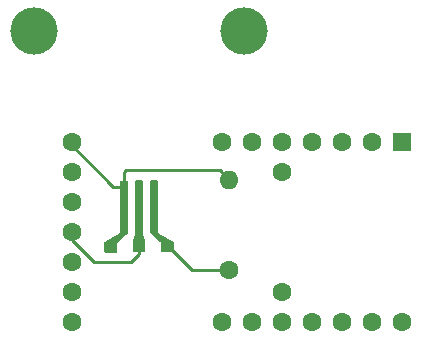
<source format=gbr>
G04 #@! TF.GenerationSoftware,KiCad,Pcbnew,7.0.5-7.0.5~ubuntu20.04.1*
G04 #@! TF.CreationDate,2023-06-26T22:48:20-07:00*
G04 #@! TF.ProjectId,encoder,656e636f-6465-4722-9e6b-696361645f70,rev?*
G04 #@! TF.SameCoordinates,Original*
G04 #@! TF.FileFunction,Copper,L2,Bot*
G04 #@! TF.FilePolarity,Positive*
%FSLAX46Y46*%
G04 Gerber Fmt 4.6, Leading zero omitted, Abs format (unit mm)*
G04 Created by KiCad (PCBNEW 7.0.5-7.0.5~ubuntu20.04.1) date 2023-06-26 22:48:20*
%MOMM*%
%LPD*%
G01*
G04 APERTURE LIST*
G04 Aperture macros list*
%AMFreePoly0*
4,1,29,0.290355,0.035355,0.305000,0.000000,0.305000,-4.391061,1.654908,-5.166646,1.659064,-5.172039,1.665355,-5.174645,1.670331,-5.186658,1.678268,-5.196957,1.677393,-5.203708,1.680000,-5.210000,1.680000,-6.000000,1.665355,-6.035355,1.630000,-6.050000,0.630000,-6.050000,0.594645,-6.035355,0.580000,-6.000000,0.580000,-5.232389,-0.288297,-4.457301,-0.288955,-4.455934,-0.290355,-4.455355,
-0.297176,-4.438887,-0.304919,-4.422831,-0.304419,-4.421401,-0.305000,-4.420000,-0.305000,0.000000,-0.290355,0.035355,-0.255000,0.050000,0.255000,0.050000,0.290355,0.035355,0.290355,0.035355,$1*%
%AMFreePoly1*
4,1,21,0.290355,0.035355,0.305000,0.000000,0.305000,-4.412425,0.547756,-5.195189,0.547047,-5.202871,0.550000,-5.210000,0.550000,-6.000000,0.535355,-6.035355,0.500000,-6.050000,-0.500000,-6.050000,-0.535355,-6.035355,-0.550000,-6.000000,-0.550000,-5.210000,-0.547047,-5.202872,-0.547756,-5.195190,-0.305000,-4.412425,-0.305000,0.000000,-0.290355,0.035355,-0.255000,0.050000,0.255000,0.050000,
0.290355,0.035355,0.290355,0.035355,$1*%
%AMFreePoly2*
4,1,29,0.290355,0.535355,0.305000,0.500000,0.305000,-3.920000,0.304419,-3.921401,0.304919,-3.922831,0.297179,-3.938880,0.290355,-3.955355,0.288954,-3.955935,0.288296,-3.957301,-0.580000,-4.732390,-0.580000,-5.500000,-0.594645,-5.535355,-0.630000,-5.550000,-1.630000,-5.550000,-1.665355,-5.535355,-1.680000,-5.500000,-1.680000,-4.710000,-1.677393,-4.703708,-1.678268,-4.696957,-1.670331,-4.686657,
-1.665355,-4.674645,-1.659065,-4.672039,-1.654909,-4.666646,-0.305000,-3.891061,-0.305000,0.500000,-0.290355,0.535355,-0.255000,0.550000,0.255000,0.550000,0.290355,0.535355,0.290355,0.535355,$1*%
G04 Aperture macros list end*
G04 #@! TA.AperFunction,ComponentPad*
%ADD10R,1.600000X1.600000*%
G04 #@! TD*
G04 #@! TA.AperFunction,ComponentPad*
%ADD11C,1.600000*%
G04 #@! TD*
G04 #@! TA.AperFunction,ComponentPad*
%ADD12C,4.000000*%
G04 #@! TD*
G04 #@! TA.AperFunction,SMDPad,CuDef*
%ADD13FreePoly0,0.000000*%
G04 #@! TD*
G04 #@! TA.AperFunction,SMDPad,CuDef*
%ADD14FreePoly1,0.000000*%
G04 #@! TD*
G04 #@! TA.AperFunction,SMDPad,CuDef*
%ADD15FreePoly2,0.000000*%
G04 #@! TD*
G04 #@! TA.AperFunction,ComponentPad*
%ADD16O,1.600000X1.600000*%
G04 #@! TD*
G04 #@! TA.AperFunction,ViaPad*
%ADD17C,0.800000*%
G04 #@! TD*
G04 #@! TA.AperFunction,Conductor*
%ADD18C,0.250000*%
G04 #@! TD*
G04 APERTURE END LIST*
D10*
G04 #@! TO.P,U2,1,GND*
G04 #@! TO.N,GND*
X94615000Y-41910000D03*
D11*
G04 #@! TO.P,U2,2,PB0_SS*
G04 #@! TO.N,unconnected-(U2-PB0_SS-Pad2)*
X92075000Y-41910000D03*
G04 #@! TO.P,U2,3,PB1_SCLK*
G04 #@! TO.N,unconnected-(U2-PB1_SCLK-Pad3)*
X89535000Y-41910000D03*
G04 #@! TO.P,U2,4,PB2_MOSI*
G04 #@! TO.N,unconnected-(U2-PB2_MOSI-Pad4)*
X86995000Y-41910000D03*
G04 #@! TO.P,U2,5,PB3_MISO*
G04 #@! TO.N,unconnected-(U2-PB3_MISO-Pad5)*
X84455000Y-41910000D03*
G04 #@! TO.P,U2,6,PB7_OC0A_OC1C_RTS*
G04 #@! TO.N,unconnected-(U2-PB7_OC0A_OC1C_RTS-Pad6)*
X81915000Y-41910000D03*
G04 #@! TO.P,U2,7,PD0_INT0_SCL_OC0B*
G04 #@! TO.N,unconnected-(U2-PD0_INT0_SCL_OC0B-Pad7)*
X79375000Y-41910000D03*
G04 #@! TO.P,U2,12,PC7_ICP3_OC4A*
G04 #@! TO.N,Net-(U1-VOUT)*
X66675000Y-41910000D03*
G04 #@! TO.P,U2,13,PD5_XCK1_CTS*
G04 #@! TO.N,unconnected-(U2-PD5_XCK1_CTS-Pad13)*
X66675000Y-44450000D03*
G04 #@! TO.P,U2,14,VCC*
G04 #@! TO.N,unconnected-(U2-VCC-Pad14)*
X66675000Y-46990000D03*
G04 #@! TO.P,U2,15,GND*
G04 #@! TO.N,GND*
X66675000Y-49530000D03*
G04 #@! TO.P,U2,16,RST*
G04 #@! TO.N,unconnected-(U2-RST-Pad16)*
X66675000Y-52070000D03*
G04 #@! TO.P,U2,17,PD4_ADC8_ICP1*
G04 #@! TO.N,unconnected-(U2-PD4_ADC8_ICP1-Pad17)*
X66675000Y-54610000D03*
G04 #@! TO.P,U2,18,PD6_ADC9_T1_OC4D_LED*
G04 #@! TO.N,unconnected-(U2-PD6_ADC9_T1_OC4D_LED-Pad18)*
X66675000Y-57150000D03*
G04 #@! TO.P,U2,23,PF7_ADC7*
G04 #@! TO.N,unconnected-(U2-PF7_ADC7-Pad23)*
X79375000Y-57150000D03*
G04 #@! TO.P,U2,24,PF6_ADC6*
G04 #@! TO.N,unconnected-(U2-PF6_ADC6-Pad24)*
X81915000Y-57150000D03*
G04 #@! TO.P,U2,25,PF5_ADC5*
G04 #@! TO.N,unconnected-(U2-PF5_ADC5-Pad25)*
X84455000Y-57150000D03*
G04 #@! TO.P,U2,26,PF4_ADC4*
G04 #@! TO.N,unconnected-(U2-PF4_ADC4-Pad26)*
X86995000Y-57150000D03*
G04 #@! TO.P,U2,27,PF1_ADC1*
G04 #@! TO.N,unconnected-(U2-PF1_ADC1-Pad27)*
X89535000Y-57150000D03*
G04 #@! TO.P,U2,28,PF0_ADC0*
G04 #@! TO.N,unconnected-(U2-PF0_ADC0-Pad28)*
X92075000Y-57150000D03*
G04 #@! TO.P,U2,29,VCC*
G04 #@! TO.N,VCC*
X94615000Y-57150000D03*
G04 #@! TO.P,U2,30,PE6_INT6_AIN0*
G04 #@! TO.N,unconnected-(U2-PE6_INT6_AIN0-Pad30)*
X84455000Y-44450000D03*
G04 #@! TO.P,U2,31,AREF*
G04 #@! TO.N,unconnected-(U2-AREF-Pad31)*
X84455000Y-54610000D03*
G04 #@! TD*
D12*
G04 #@! TO.P,U1,0*
G04 #@! TO.N,N/C*
X63470000Y-32510000D03*
X81310000Y-32510000D03*
D13*
G04 #@! TO.P,U1,1,VCC*
G04 #@! TO.N,VCC*
X73660000Y-45180000D03*
D14*
G04 #@! TO.P,U1,2,GND*
G04 #@! TO.N,GND*
X72390000Y-45180000D03*
D15*
G04 #@! TO.P,U1,3,VOUT*
G04 #@! TO.N,Net-(U1-VOUT)*
X71120000Y-45680000D03*
G04 #@! TD*
D11*
G04 #@! TO.P,R1,1*
G04 #@! TO.N,VCC*
X80010000Y-52705000D03*
D16*
G04 #@! TO.P,R1,2*
G04 #@! TO.N,Net-(U1-VOUT)*
X80010000Y-45085000D03*
G04 #@! TD*
D17*
G04 #@! TO.N,Net-(U1-VOUT)*
X69940714Y-50757595D03*
G04 #@! TO.N,GND*
X72362624Y-50706065D03*
G04 #@! TO.N,VCC*
X74758770Y-50706065D03*
G04 #@! TD*
D18*
G04 #@! TO.N,GND*
X66675000Y-49530000D02*
X66675000Y-50165000D01*
X66675000Y-50165000D02*
X68580000Y-52070000D01*
X68580000Y-52070000D02*
X71697450Y-52070000D01*
X71697450Y-52070000D02*
X72390000Y-51377450D01*
X72390000Y-51377450D02*
X72390000Y-50800000D01*
G04 #@! TO.N,VCC*
X80010000Y-52705000D02*
X76835000Y-52705000D01*
X76835000Y-52705000D02*
X74930000Y-50800000D01*
G04 #@! TO.N,Net-(U1-VOUT)*
X80010000Y-45085000D02*
X79210001Y-44285001D01*
X79210001Y-44285001D02*
X71284999Y-44285001D01*
X71284999Y-44285001D02*
X71120000Y-44450000D01*
X71120000Y-44450000D02*
X71120000Y-45720000D01*
X66675000Y-41910000D02*
X66675000Y-42141777D01*
X66675000Y-42141777D02*
X70213223Y-45680000D01*
X70213223Y-45680000D02*
X71120000Y-45680000D01*
G04 #@! TD*
M02*

</source>
